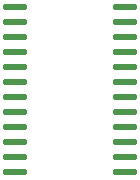
<source format=gbr>
%TF.GenerationSoftware,KiCad,Pcbnew,(6.0.0)*%
%TF.CreationDate,2022-01-04T00:37:29-05:00*%
%TF.ProjectId,spi led breakout,73706920-6c65-4642-9062-7265616b6f75,rev?*%
%TF.SameCoordinates,Original*%
%TF.FileFunction,Paste,Top*%
%TF.FilePolarity,Positive*%
%FSLAX46Y46*%
G04 Gerber Fmt 4.6, Leading zero omitted, Abs format (unit mm)*
G04 Created by KiCad (PCBNEW (6.0.0)) date 2022-01-04 00:37:29*
%MOMM*%
%LPD*%
G01*
G04 APERTURE LIST*
G04 Aperture macros list*
%AMRoundRect*
0 Rectangle with rounded corners*
0 $1 Rounding radius*
0 $2 $3 $4 $5 $6 $7 $8 $9 X,Y pos of 4 corners*
0 Add a 4 corners polygon primitive as box body*
4,1,4,$2,$3,$4,$5,$6,$7,$8,$9,$2,$3,0*
0 Add four circle primitives for the rounded corners*
1,1,$1+$1,$2,$3*
1,1,$1+$1,$4,$5*
1,1,$1+$1,$6,$7*
1,1,$1+$1,$8,$9*
0 Add four rect primitives between the rounded corners*
20,1,$1+$1,$2,$3,$4,$5,0*
20,1,$1+$1,$4,$5,$6,$7,0*
20,1,$1+$1,$6,$7,$8,$9,0*
20,1,$1+$1,$8,$9,$2,$3,0*%
G04 Aperture macros list end*
%ADD10RoundRect,0.137500X-0.862500X-0.137500X0.862500X-0.137500X0.862500X0.137500X-0.862500X0.137500X0*%
G04 APERTURE END LIST*
D10*
%TO.C,U1*%
X167689000Y-108585000D03*
X167689000Y-109855000D03*
X167689000Y-111125000D03*
X167689000Y-112395000D03*
X167689000Y-113665000D03*
X167689000Y-114935000D03*
X167689000Y-116205000D03*
X167689000Y-117475000D03*
X167689000Y-118745000D03*
X167689000Y-120015000D03*
X167689000Y-121285000D03*
X167689000Y-122555000D03*
X176989000Y-122555000D03*
X176989000Y-121285000D03*
X176989000Y-120015000D03*
X176989000Y-118745000D03*
X176989000Y-117475000D03*
X176989000Y-116205000D03*
X176989000Y-114935000D03*
X176989000Y-113665000D03*
X176989000Y-112395000D03*
X176989000Y-111125000D03*
X176989000Y-109855000D03*
X176989000Y-108585000D03*
%TD*%
M02*

</source>
